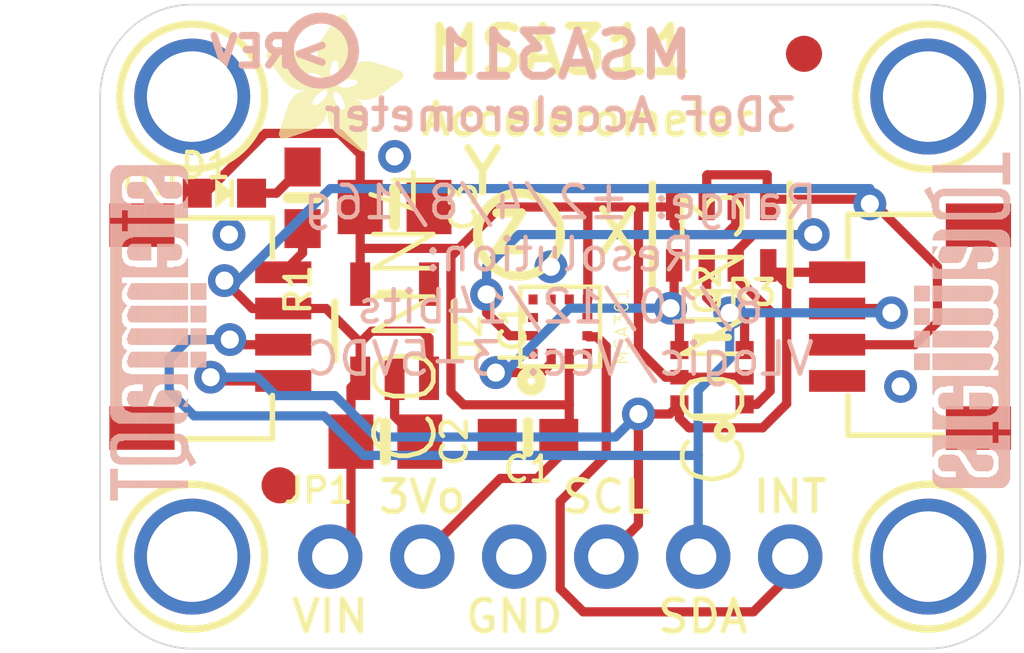
<source format=kicad_pcb>
(kicad_pcb (version 20211014) (generator pcbnew)
  (layers (0 "F.Cu" signal) (31 "B.Cu" signal) (34 "B.Paste" user) (35 "F.Paste" user) (36 "B.SilkS" user "B.Silkscreen") (37 "F.SilkS" user "F.Silkscreen") (38 "B.Mask" user) (39 "F.Mask" user) (44 "Edge.Cuts" user))
  (net 0 "")
  (net 1 "GND")
  (net 2 "SDA")
  (net 3 "SCL")
  (net 4 "SCL_3V")
  (net 5 "SDA_3V")
  (net 6 "3.3V")
  (net 7 "INT")
  (net 8 "VCC")
  (net 9 "N$2")
  (footprint "boardEagle:ADAFRUIT_3.5MM" (layer "F.Cu") (at 140.3731 100.1776)
    (fp_text reference "U$22" hide)
    (fp_text value "" hide)
  )
  (footprint "boardEagle:MOUNTINGHOLE_2.5_PLATED" (layer "F.Cu") (at 158.6611 111.3536)
    (fp_text reference "U$21" hide)
    (fp_text value "MOUNTINGHOLE2.5" hide)
    (pad "P$1" thru_hole circle (at 0 0) (size 3.2 3.2) (drill 2.5) (layers *.Cu *.Mask))
  )
  (footprint "boardEagle:MOUNTINGHOLE_2.5_PLATED" (layer "F.Cu") (at 158.6611 98.6536)
    (fp_text reference "U$17" hide)
    (fp_text value "MOUNTINGHOLE2.5" hide)
    (pad "P$1" thru_hole circle (at 0 0) (size 3.2 3.2) (drill 2.5) (layers *.Cu *.Mask))
  )
  (footprint "boardEagle:FIDUCIAL_1MM" (layer "F.Cu") (at 155.2321 97.4725)
    (fp_text reference "FID4" hide)
    (fp_text value "FIDUCIAL_1MM" hide)
    (pad "1" smd roundrect (at 0 0) (size 1 1) (layers "F.Cu" "F.Mask") (roundrect_rratio 0.5))
  )
  (footprint "boardEagle:1X06_ROUND_70" (layer "F.Cu") (at 148.5011 111.3536)
    (fp_text reference "JP1" (at -7.6962 -1.8288) (layer "F.SilkS") (effects (font (size 0.692831 0.692831) (thickness 0.119969)) (justify left)))
    (fp_text value "")
    (pad "1" thru_hole circle (at -6.35 0 90) (size 1.778 1.778) (drill 1) (layers *.Cu *.Mask) (net 8 "VCC"))
    (pad "2" thru_hole circle (at -3.81 0 90) (size 1.778 1.778) (drill 1) (layers *.Cu *.Mask) (net 6 "3.3V"))
    (pad "3" thru_hole circle (at -1.27 0 90) (size 1.778 1.778) (drill 1) (layers *.Cu *.Mask) (net 1 "GND"))
    (pad "4" thru_hole circle (at 1.27 0 90) (size 1.778 1.778) (drill 1) (layers *.Cu *.Mask) (net 3 "SCL"))
    (pad "5" thru_hole circle (at 3.81 0 90) (size 1.778 1.778) (drill 1) (layers *.Cu *.Mask) (net 2 "SDA"))
    (pad "6" thru_hole circle (at 6.35 0 90) (size 1.778 1.778) (drill 1) (layers *.Cu *.Mask) (net 7 "INT"))
  )
  (footprint "boardEagle:JST_SH4" (layer "F.Cu") (at 138.3411 105.0036 -90)
    (fp_text reference "CONN4" (at -4.6 -5.9 90) (layer "F.SilkS") (effects (font (size 1.647139 1.647139) (thickness 0.130861)) (justify right)))
    (fp_text value "STEMMA_I2C_QT" hide)
    (pad "1" smd rect (at -1.5 -2.514) (size 1.55 0.6) (layers "F.Cu" "F.Paste" "F.Mask") (net 1 "GND"))
    (pad "2" smd rect (at -0.5 -2.514) (size 1.55 0.6) (layers "F.Cu" "F.Paste" "F.Mask") (net 8 "VCC"))
    (pad "3" smd rect (at 0.5 -2.514) (size 1.55 0.6) (layers "F.Cu" "F.Paste" "F.Mask") (net 2 "SDA"))
    (pad "4" smd rect (at 1.5 -2.514) (size 1.55 0.6) (layers "F.Cu" "F.Paste" "F.Mask") (net 3 "SCL"))
    (pad "MT1" smd rect (at -2.8 1.386) (size 1.8 1.2) (layers "F.Cu" "F.Paste" "F.Mask"))
    (pad "MT2" smd rect (at 2.8 1.386) (size 1.8 1.2) (layers "F.Cu" "F.Paste" "F.Mask"))
  )
  (footprint "boardEagle:SOT23-5" (layer "F.Cu") (at 143.9291 105.1306)
    (fp_text reference "U2" (at 2.032 -0.562 90) (layer "F.SilkS") (effects (font (size 0.692831 0.692831) (thickness 0.119969)) (justify right)))
    (fp_text value "AP2112K-3.3")
    (pad "1" smd rect (at -0.95 1.3001) (size 0.55 1.2) (layers "F.Cu" "F.Paste" "F.Mask") (net 8 "VCC"))
    (pad "2" smd rect (at 0 1.3001) (size 0.55 1.2) (layers "F.Cu" "F.Paste" "F.Mask") (net 1 "GND"))
    (pad "3" smd rect (at 0.95 1.3001) (size 0.55 1.2) (layers "F.Cu" "F.Paste" "F.Mask") (net 8 "VCC"))
    (pad "4" smd rect (at 0.95 -1.3001) (size 0.55 1.2) (layers "F.Cu" "F.Paste" "F.Mask"))
    (pad "5" smd rect (at -0.95 -1.3001) (size 0.55 1.2) (layers "F.Cu" "F.Paste" "F.Mask") (net 6 "3.3V"))
  )
  (footprint "boardEagle:LGA12_2X2MM" (layer "F.Cu") (at 148.5011 105.0036 90)
    (fp_text reference "IC1" (at -1.1 -1.3 90) (layer "F.SilkS") (effects (font (size 0.692831 0.692831) (thickness 0.119969)) (justify left)))
    (fp_text value "MSA301" (at -1.1 1.7 90) (layer "F.SilkS") (effects (font (size 0.369824 0.369824) (thickness 0.036576)) (justify left)))
    (pad "1" smd rect (at -0.75 -0.75 90) (size 0.275 0.25) (layers "F.Cu" "F.Paste" "F.Mask"))
    (pad "2" smd rect (at -0.75 -0.25 90) (size 0.275 0.25) (layers "F.Cu" "F.Paste" "F.Mask") (net 5 "SDA_3V"))
    (pad "3" smd rect (at -0.75 0.25 90) (size 0.275 0.25) (layers "F.Cu" "F.Paste" "F.Mask") (net 6 "3.3V"))
    (pad "4" smd rect (at -0.75 0.75 90) (size 0.275 0.25) (layers "F.Cu" "F.Paste" "F.Mask"))
    (pad "5" smd rect (at -0.25 0.75 180) (size 0.275 0.25) (layers "F.Cu" "F.Paste" "F.Mask") (net 7 "INT"))
    (pad "6" smd rect (at 0.25 0.75 180) (size 0.275 0.25) (layers "F.Cu" "F.Paste" "F.Mask"))
    (pad "7" smd rect (at 0.75 0.75 270) (size 0.275 0.25) (layers "F.Cu" "F.Paste" "F.Mask") (net 6 "3.3V"))
    (pad "8" smd rect (at 0.75 0.25 270) (size 0.275 0.25) (layers "F.Cu" "F.Paste" "F.Mask"))
    (pad "9" smd rect (at 0.75 -0.25 270) (size 0.275 0.25) (layers "F.Cu" "F.Paste" "F.Mask") (net 1 "GND"))
    (pad "10" smd rect (at 0.75 -0.75 270) (size 0.275 0.25) (layers "F.Cu" "F.Paste" "F.Mask"))
    (pad "11" smd rect (at 0.25 -0.75) (size 0.275 0.25) (layers "F.Cu" "F.Paste" "F.Mask"))
    (pad "12" smd rect (at -0.25 -0.75) (size 0.275 0.25) (layers "F.Cu" "F.Paste" "F.Mask") (net 4 "SCL_3V"))
  )
  (footprint "boardEagle:FIDUCIAL_1MM" (layer "F.Cu") (at 140.7541 109.3851)
    (fp_text reference "FID3" hide)
    (fp_text value "FIDUCIAL_1MM" hide)
    (pad "1" smd roundrect (at 0 0) (size 1 1) (layers "F.Cu" "F.Mask") (roundrect_rratio 0.5))
  )
  (footprint "boardEagle:0603-NO" (layer "F.Cu") (at 147.6121 108.0516 180)
    (fp_text reference "C1" (at -0.762 -0.889) (layer "F.SilkS") (effects (font (size 0.692831 0.692831) (thickness 0.119969)) (justify right)))
    (fp_text value "0.1uF")
    (pad "1" smd rect (at -0.85 0 180) (size 1.075 1) (layers "F.Cu" "F.Paste" "F.Mask") (net 6 "3.3V"))
    (pad "2" smd rect (at 0.85 0 180) (size 1.075 1) (layers "F.Cu" "F.Paste" "F.Mask") (net 1 "GND"))
  )
  (footprint "boardEagle:0603-NO" (layer "F.Cu") (at 141.3891 101.4476 -90)
    (fp_text reference "R1" (at 1.778 0.127 90) (layer "F.SilkS") (effects (font (size 0.692831 0.692831) (thickness 0.119969)) (justify right)))
    (fp_text value "4.7K")
    (pad "1" smd rect (at -0.85 0 270) (size 1.075 1) (layers "F.Cu" "F.Paste" "F.Mask") (net 9 "N$2"))
    (pad "2" smd rect (at 0.85 0 270) (size 1.075 1) (layers "F.Cu" "F.Paste" "F.Mask") (net 1 "GND"))
  )
  (footprint "boardEagle:JST_SH4" (layer "F.Cu") (at 158.6611 105.0036 90)
    (fp_text reference "CONN3" (at -4.6 -5.9 90) (layer "F.SilkS") (effects (font (size 1.647139 1.647139) (thickness 0.130861)) (justify left)))
    (fp_text value "STEMMA_I2C_QT" hide)
    (pad "1" smd rect (at -1.5 -2.514 180) (size 1.55 0.6) (layers "F.Cu" "F.Paste" "F.Mask") (net 1 "GND"))
    (pad "2" smd rect (at -0.5 -2.514 180) (size 1.55 0.6) (layers "F.Cu" "F.Paste" "F.Mask") (net 8 "VCC"))
    (pad "3" smd rect (at 0.5 -2.514 180) (size 1.55 0.6) (layers "F.Cu" "F.Paste" "F.Mask") (net 2 "SDA"))
    (pad "4" smd rect (at 1.5 -2.514 180) (size 1.55 0.6) (layers "F.Cu" "F.Paste" "F.Mask") (net 3 "SCL"))
    (pad "MT1" smd rect (at -2.8 1.386 180) (size 1.8 1.2) (layers "F.Cu" "F.Paste" "F.Mask"))
    (pad "MT2" smd rect (at 2.8 1.386 180) (size 1.8 1.2) (layers "F.Cu" "F.Paste" "F.Mask"))
  )
  (footprint "boardEagle:SOT363" (layer "F.Cu") (at 152.6921 106.4006 90)
    (fp_text reference "Q2" (at 1.651 -0.127 90) (layer "F.SilkS") (effects (font (size 0.692831 0.692831) (thickness 0.119969)) (justify left)))
    (fp_text value "BSS138")
    (pad "1" smd rect (at -0.75 0.9 90) (size 0.5 0.5) (layers "F.Cu" "F.Paste" "F.Mask") (net 4 "SCL_3V"))
    (pad "2" smd rect (at 0 0.9 90) (size 0.4 0.5) (layers "F.Cu" "F.Paste" "F.Mask") (net 6 "3.3V"))
    (pad "3" smd rect (at 0.75 0.9 90) (size 0.5 0.5) (layers "F.Cu" "F.Paste" "F.Mask") (net 2 "SDA"))
    (pad "4" smd rect (at 0.75 -0.9 90) (size 0.5 0.5) (layers "F.Cu" "F.Paste" "F.Mask") (net 5 "SDA_3V"))
    (pad "5" smd rect (at 0 -0.9 90) (size 0.4 0.5) (layers "F.Cu" "F.Paste" "F.Mask") (net 6 "3.3V"))
    (pad "6" smd rect (at -0.75 -0.9 90) (size 0.5 0.5) (layers "F.Cu" "F.Paste" "F.Mask") (net 3 "SCL"))
  )
  (footprint "boardEagle:MOUNTINGHOLE_2.5_PLATED" (layer "F.Cu") (at 138.3411 111.3536)
    (fp_text reference "U$19" hide)
    (fp_text value "MOUNTINGHOLE2.5" hide)
    (pad "P$1" thru_hole circle (at 0 0) (size 3.2 3.2) (drill 2.5) (layers *.Cu *.Mask))
  )
  (footprint "boardEagle:0805-NO" (layer "F.Cu") (at 143.6751 108.1786)
    (fp_text reference "C2" (at 1.905 -0.762 90) (layer "F.SilkS") (effects (font (size 0.692831 0.692831) (thickness 0.119969)) (justify right)))
    (fp_text value "10uF")
    (pad "1" smd rect (at -0.95 0) (size 1.24 1.5) (layers "F.Cu" "F.Paste" "F.Mask") (net 8 "VCC"))
    (pad "2" smd rect (at 0.95 0) (size 1.24 1.5) (layers "F.Cu" "F.Paste" "F.Mask") (net 1 "GND"))
  )
  (footprint "boardEagle:RESPACK_4X0603" (layer "F.Cu") (at 152.9461 102.4636 180)
    (fp_text reference "R3" (at -1.6 -1.6) (layer "F.SilkS") (effects (font (size 0.692831 0.692831) (thickness 0.119969)) (justify right)))
    (fp_text value "10K")
    (pad "1" smd rect (at -1.3 0.85 180) (size 0.45 0.9) (layers "F.Cu" "F.Paste" "F.Mask") (net 8 "VCC"))
    (pad "2" smd rect (at -0.4 0.85 180) (size 0.45 0.9) (layers "F.Cu" "F.Paste" "F.Mask") (net 6 "3.3V"))
    (pad "3" smd rect (at 0.4 0.85 180) (size 0.45 0.9) (layers "F.Cu" "F.Paste" "F.Mask") (net 8 "VCC"))
    (pad "4" smd rect (at 1.3 0.85 180) (size 0.45 0.9) (layers "F.Cu" "F.Paste" "F.Mask") (net 6 "3.3V"))
    (pad "5" smd rect (at 1.3 -0.85 180) (size 0.45 0.9) (layers "F.Cu" "F.Paste" "F.Mask") (net 5 "SDA_3V"))
    (pad "6" smd rect (at 0.4 -0.85 180) (size 0.45 0.9) (layers "F.Cu" "F.Paste" "F.Mask") (net 2 "SDA"))
    (pad "7" smd rect (at -0.4 -0.85 180) (size 0.45 0.9) (layers "F.Cu" "F.Paste" "F.Mask") (net 4 "SCL_3V"))
    (pad "8" smd rect (at -1.3 -0.85 180) (size 0.45 0.9) (layers "F.Cu" "F.Paste" "F.Mask") (net 3 "SCL"))
  )
  (footprint "boardEagle:CHIPLED_0603_NOOUTLINE" (layer "F.Cu") (at 139.2301 101.3206 -90)
    (fp_text reference "D1" (at -0.762 1.27) (layer "F.SilkS") (effects (font (size 0.692831 0.692831) (thickness 0.119969)) (justify left)))
    (fp_text value "GREEN")
    (pad "A" smd rect (at 0 0.75 270) (size 0.8 0.8) (layers "F.Cu" "F.Paste" "F.Mask") (net 6 "3.3V"))
    (pad "C" smd rect (at 0 -0.75 270) (size 0.8 0.8) (layers "F.Cu" "F.Paste" "F.Mask") (net 9 "N$2"))
  )
  (footprint "boardEagle:0805-NO" (layer "F.Cu") (at 143.9291 101.7016)
    (fp_text reference "C3" (at 1.905 -0.762 90) (layer "F.SilkS") (effects (font (size 0.692831 0.692831) (thickness 0.119969)) (justify right)))
    (fp_text value "10uF")
    (pad "1" smd rect (at -0.95 0) (size 1.24 1.5) (layers "F.Cu" "F.Paste" "F.Mask") (net 6 "3.3V"))
    (pad "2" smd rect (at 0.95 0) (size 1.24 1.5) (layers "F.Cu" "F.Paste" "F.Mask") (net 1 "GND"))
  )
  (footprint "boardEagle:MOUNTINGHOLE_2.5_PLATED" (layer "F.Cu") (at 138.3411 98.6536)
    (fp_text reference "U$1" hide)
    (fp_text value "MOUNTINGHOLE2.5" hide)
    (pad "P$1" thru_hole circle (at 0 0) (size 3.2 3.2) (drill 2.5) (layers *.Cu *.Mask))
  )
  (footprint "boardEagle:STEMMAQT" (layer "B.Cu") (at 138.7221 100.5586 -90)
    (fp_text reference "U$31" hide)
    (fp_text value "" hide)
  )
  (footprint "boardEagle:PCBFEAT-REV-040" (layer "B.Cu") (at 141.8971 97.3836 180)
    (fp_text reference "U$25" hide)
    (fp_text value "" hide)
    (fp_text user ">REV" (at -0.3556 -0.508) (layer "B.SilkS") (effects (font (size 0.8128 0.8128) (thickness 0.2032)) (justify left bottom mirror)))
  )
  (footprint "boardEagle:STEMMAQT" (layer "B.Cu") (at 158.2801 109.4486 90)
    (fp_text reference "U$30" hide)
    (fp_text value "" hide)
  )
  (gr_arc (start 147.3621 101.3216) (mid 148.176188 101.650514) (end 148.5051 102.464602) (layer "F.SilkS") (width 0.254))
  (gr_arc (start 147.3621 103.6076) (mid 146.553877 103.272823) (end 146.2191 102.4646) (layer "F.SilkS") (width 0.254))
  (gr_arc (start 148.5051 102.4646) (mid 148.170323 103.272823) (end 147.3621 103.6076) (layer "F.SilkS") (width 0.254))
  (gr_arc (start 146.2191 102.4646) (mid 146.553877 101.656377) (end 147.3621 101.3216) (layer "F.SilkS") (width 0.254))
  (gr_line (start 161.2011 111.3536) (end 161.2011 98.6536) (layer "Edge.Cuts") (width 0.05))
  (gr_arc (start 135.8011 98.6536) (mid 136.545049 96.857549) (end 138.3411 96.1136) (layer "Edge.Cuts") (width 0.05))
  (gr_arc (start 161.2011 111.3536) (mid 160.457151 113.149651) (end 158.6611 113.8936) (layer "Edge.Cuts") (width 0.05))
  (gr_line (start 158.6611 96.1136) (end 138.3411 96.1136) (layer "Edge.Cuts") (width 0.05))
  (gr_arc (start 158.6611 96.1136) (mid 160.457151 96.857549) (end 161.2011 98.6536) (layer "Edge.Cuts") (width 0.05))
  (gr_line (start 135.8011 98.6536) (end 135.8011 111.3536) (layer "Edge.Cuts") (width 0.05))
  (gr_line (start 138.3411 113.8936) (end 158.6611 113.8936) (layer "Edge.Cuts") (width 0.05))
  (gr_arc (start 138.3411 113.8936) (mid 136.545049 113.149651) (end 135.8011 111.3536) (layer "Edge.Cuts") (width 0.05))
  (gr_text "MSA311" (at 148.5011 97.5106) (layer "B.SilkS") (effects (font (size 1.25222 1.25222) (thickness 0.22098)) (justify mirror)))
  (gr_text "3DoF Accelerometer" (at 148.5011 99.1616) (layer "B.SilkS") (effects (font (size 0.8636 0.8636) (thickness 0.1524)) (justify mirror)))
  (gr_text "Range: ±2/4/8/16g\nResolution:\n8/10/12/14bits\nVLogic/Vcc: 3-5VDC" (at 148.5011 103.7336) (layer "B.SilkS") (effects (font (size 0.89408 0.89408) (thickness 0.12192)) (justify mirror)))
  (gr_text "3Vo" (at 144.6911 109.7026) (layer "F.SilkS") (effects (font (size 0.87376 0.87376) (thickness 0.14224))))
  (gr_text "INT" (at 154.8511 109.7026) (layer "F.SilkS") (effects (font (size 0.87376 0.87376) (thickness 0.14224))))
  (gr_text "SDA" (at 152.4381 113.0046) (layer "F.SilkS") (effects (font (size 0.87376 0.87376) (thickness 0.14224))))
  (gr_text "VIN" (at 142.1511 113.0046) (layer "F.SilkS") (effects (font (size 0.87376 0.87376) (thickness 0.14224))))
  (gr_text "MSA311" (at 148.5011 97.3836) (layer "F.SilkS") (effects (font (size 1.25222 1.25222) (thickness 0.22098))))
  (gr_text "X" (at 150.7911 101.7026) (layer "F.SilkS") (effects (font (size 1.223264 1.223264) (thickness 0.199136)) (justify right top)))
  (gr_text "Z" (at 147.7431 101.8296) (layer "F.SilkS") (effects (font (size 1.016 1.016) (thickness 0.254)) (justify right top)))
  (gr_text "SCL" (at 149.7711 109.7026) (layer "F.SilkS") (effects (font (size 0.87376 0.87376) (thickness 0.14224))))
  (gr_text "GND" (at 147.2311 113.0046) (layer "F.SilkS") (effects (font (size 0.87376 0.87376) (thickness 0.14224))))
  (gr_text "Y" (at 145.7031 101.4466) (layer "F.SilkS") (effects (font (size 1.223264 1.223264) (thickness 0.199136)) (justify left bottom)))
  (gr_text "Accelerometer" (at 149.2631 99.2886) (layer "F.SilkS") (effects (font (size 0.8636 0.8636) (thickness 0.1524))))
  (gr_text "on" (at 136.3091 101.4476) (layer "F.SilkS") (effects (font (size 0.89408 0.89408) (thickness 0.12192)) (justify left bottom)))
  (segment (start 141.3891 102.2976) (end 141.3891 102.9696) (width 0.254) (layer "F.Cu") (net 1))
  (segment (start 144.6251 108.1786) (end 143.9291 107.4826) (width 0.254) (layer "F.Cu") (net 1))
  (segment (start 143.9291 106.4307) (end 143.9291 107.4826) (width 0.254) (layer "F.Cu") (net 1))
  (segment (start 141.3891 102.9696) (end 140.8551 103.5036) (width 0.254) (layer "F.Cu") (net 1))
  (via (at 143.9291 100.3046) (size 0.9064) (drill 0.5) (layers "F.Cu" "B.Cu") (net 1))
  (via (at 148.2471 103.3526) (size 0.9064) (drill 0.5) (layers "F.Cu" "B.Cu") (net 1))
  (via (at 139.3571 102.4636) (size 0.9064) (drill 0.5) (layers "F.Cu" "B.Cu") (net 1))
  (via (at 157.8991 106.6546) (size 0.9064) (drill 0.5) (layers "F.Cu" "B.Cu") (net 1))
  (segment (start 140.8551 105.5036) (end 139.521312 105.5036) (width 0.254) (layer "F.Cu") (net 2))
  (segment (start 152.5461 103.3136) (end 152.5461 104.2026) (width 0.254) (layer "F.Cu") (net 2))
  (segment (start 153.5921 104.7616) (end 153.5921 105.6506) (width 0.254) (layer "F.Cu") (net 2))
  (segment (start 152.9661 104.6226) (end 152.5461 104.2026) (width 0.254) (layer "F.Cu") (net 2))
  (segment (start 153.5921 104.7616) (end 153.1811 104.7616) (width 0.254) (layer "F.Cu") (net 2))
  (segment (start 152.9661 104.6226) (end 153.1811 104.6226) (width 0.254) (layer "F.Cu") (net 2))
  (segment (start 156.1471 104.5036) (end 157.5261 104.5036) (width 0.254) (layer "F.Cu") (net 2))
  (segment (start 153.1811 104.6226) (end 153.1811 104.7616) (width 0.254) (layer "F.Cu") (net 2))
  (segment (start 157.5261 104.5036) (end 157.6451 104.6226) (width 0.254) (layer "F.Cu") (net 2))
  (segment (start 139.521312 105.5036) (end 139.379706 105.361994) (width 0.254) (layer "F.Cu") (net 2))
  (via (at 157.6451 104.6226) (size 0.9064) (drill 0.5) (layers "F.Cu" "B.Cu") (net 2))
  (via (at 153.1811 104.6226) (size 0.9064) (drill 0.5) (layers "F.Cu" "B.Cu") (net 2))
  (via (at 139.379706 105.361994) (size 0.9064) (drill 0.5) (layers "F.Cu" "B.Cu") (net 2))
  (segment (start 153.1811 104.6226) (end 153.1811 105.8926) (width 0.254) (layer "B.Cu") (net 2))
  (segment (start 157.6451 104.6226) (end 153.1811 104.6226) (width 0.254) (layer "B.Cu") (net 2))
  (segment (start 143.0752 108.5596) (end 152.3111 108.5596) (width 0.254) (layer "B.Cu") (net 2))
  (segment (start 138.236706 105.361994) (end 137.7061 105.8926) (width 0.254) (layer "B.Cu") (net 2))
  (segment (start 153.1811 105.8926) (end 152.3111 106.7626) (width 0.254) (layer "B.Cu") (net 2))
  (segment (start 152.3111 106.7626) (end 152.3111 108.5596) (width 0.254) (layer "B.Cu") (net 2))
  (segment (start 137.7061 106.7816) (end 138.3919 107.4674) (width 0.254) (layer "B.Cu") (net 2))
  (segment (start 152.3111 108.5596) (end 152.3111 111.3536) (width 0.254) (layer "B.Cu") (net 2))
  (segment (start 141.983 107.4674) (end 143.0752 108.5596) (width 0.254) (layer "B.Cu") (net 2))
  (segment (start 137.7061 105.8926) (end 137.7061 106.7816) (width 0.254) (layer "B.Cu") (net 2))
  (segment (start 138.3919 107.4674) (end 141.983 107.4674) (width 0.254) (layer "B.Cu") (net 2))
  (segment (start 139.379706 105.361994) (end 138.236706 105.361994) (width 0.254) (layer "B.Cu") (net 2))
  (segment (start 154.7541 107.1326) (end 154.0891 107.7976) (width 0.254) (layer "F.Cu") (net 3))
  (segment (start 154.7541 103.8216) (end 154.7541 107.1326) (width 0.254) (layer "F.Cu") (net 3))
  (segment (start 154.4361 103.5036) (end 154.2461 103.3136) (width 0.254) (layer "F.Cu") (net 3))
  (segment (start 151.7921 107.1506) (end 151.7916 107.1511) (width 0.254) (layer "F.Cu") (net 3))
  (segment (start 151.7916 107.5321) (end 151.7916 107.1511) (width 0.254) (layer "F.Cu") (net 3))
  (segment (start 138.9521 106.5036) (end 138.8491 106.4006) (width 0.254) (layer "F.Cu") (net 3))
  (segment (start 150.6601 110.4646) (end 149.7711 111.3536) (width 0.254) (layer "F.Cu") (net 3))
  (segment (start 154.2461 103.3136) (end 154.7541 103.8216) (width 0.254) (layer "F.Cu") (net 3))
  (segment (start 151.7921 107.1506) (end 151.5261 107.4166) (width 0.254) (layer "F.Cu") (net 3))
  (segment (start 152.0571 107.7976) (end 151.7916 107.5321) (width 0.254) (layer "F.Cu") (net 3))
  (segment (start 150.6601 107.4166) (end 150.6601 110.4646) (width 0.254) (layer "F.Cu") (net 3))
  (segment (start 151.5261 107.4166) (end 150.6601 107.4166) (width 0.254) (layer "F.Cu") (net 3))
  (segment (start 156.1471 103.5036) (end 154.4361 103.5036) (width 0.254) (layer "F.Cu") (net 3))
  (segment (start 140.8551 106.5036) (end 138.9521 106.5036) (width 0.254) (layer "F.Cu") (net 3))
  (segment (start 154.0891 107.7976) (end 152.0571 107.7976) (width 0.254) (layer "F.Cu") (net 3))
  (via (at 150.6601 107.4166) (size 0.9064) (drill 0.5) (layers "F.Cu" "B.Cu") (net 3))
  (via (at 138.8491 106.4006) (size 0.9064) (drill 0.5) (layers "F.Cu" "B.Cu") (net 3))
  (segment (start 150.0251 108.0516) (end 150.6601 107.4166) (width 0.254) (layer "B.Cu") (net 3))
  (segment (start 140.142262 106.4006) (end 140.650262 106.9086) (width 0.254) (layer "B.Cu") (net 3))
  (segment (start 138.8491 106.4006) (end 140.142262 106.4006) (width 0.254) (layer "B.Cu") (net 3))
  (segment (start 142.2781 106.9086) (end 140.650262 106.9086) (width 0.254) (layer "B.Cu") (net 3))
  (segment (start 150.0251 108.0516) (end 143.4211 108.0516) (width 0.254) (layer "B.Cu") (net 3))
  (segment (start 143.4211 108.0516) (end 142.2781 106.9086) (width 0.254) (layer "B.Cu") (net 3))
  (segment (start 154.2969 104.5764) (end 154.2969 106.7816) (width 0.254) (layer "F.Cu") (net 4))
  (segment (start 153.3461 103.6256) (end 154.2969 104.5764) (width 0.254) (layer "F.Cu") (net 4))
  (segment (start 146.4691 104.6226) (end 146.4691 104.1146) (width 0.254) (layer "F.Cu") (net 4))
  (segment (start 153.3461 102.9526) (end 153.8351 102.4636) (width 0.254) (layer "F.Cu") (net 4))
  (segment (start 153.8351 102.4636) (end 155.4861 102.4636) (width 0.254) (layer "F.Cu") (net 4))
  (segment (start 153.3461 103.3136) (end 153.3461 103.6256) (width 0.254) (layer "F.Cu") (net 4))
  (segment (start 154.2969 106.7816) (end 153.9279 107.1506) (width 0.254) (layer "F.Cu") (net 4))
  (segment (start 153.3461 103.3136) (end 153.3461 102.9526) (width 0.254) (layer "F.Cu") (net 4))
  (segment (start 153.5921 107.1506) (end 153.9279 107.1506) (width 0.254) (layer "F.Cu") (net 4))
  (segment (start 147.1001 105.2536) (end 146.4691 104.6226) (width 0.254) (layer "F.Cu") (net 4))
  (segment (start 147.7511 105.2536) (end 147.1001 105.2536) (width 0.254) (layer "F.Cu") (net 4))
  (via (at 155.4861 102.4636) (size 0.9064) (drill 0.5) (layers "F.Cu" "B.Cu") (net 4))
  (via (at 146.4691 104.1146) (size 0.9064) (drill 0.5) (layers "F.Cu" "B.Cu") (net 4))
  (segment (start 155.4861 102.4636) (end 147.3581 102.4636) (width 0.254) (layer "B.Cu") (net 4))
  (segment (start 146.4691 103.3526) (end 146.4691 104.1146) (width 0.254) (layer "B.Cu") (net 4))
  (segment (start 147.3581 102.4636) (end 146.4691 103.3526) (width 0.254) (layer "B.Cu") (net 4))
  (segment (start 151.5491 104.4956) (end 151.6461 104.4956) (width 0.254) (layer "F.Cu") (net 5))
  (segment (start 147.9931 106.2736) (end 146.7231 106.2736) (width 0.254) (layer "F.Cu") (net 5))
  (segment (start 151.7921 105.6506) (end 151.7921 104.6346) (width 0.254) (layer "F.Cu") (net 5))
  (segment (start 151.6461 104.4886) (end 151.6461 103.3136) (width 0.254) (layer "F.Cu") (net 5))
  (segment (start 151.7921 104.6346) (end 151.6461 104.4886) (width 0.254) (layer "F.Cu") (net 5))
  (segment (start 151.6461 104.4956) (end 151.6461 104.4886) (width 0.254) (layer "F.Cu") (net 5))
  (segment (start 148.2511 105.7536) (end 148.2511 106.0156) (width 0.254) (layer "F.Cu") (net 5))
  (segment (start 148.2511 106.0156) (end 147.9931 106.2736) (width 0.254) (layer "F.Cu") (net 5))
  (via (at 151.5491 104.4956) (size 0.9064) (drill 0.5) (layers "F.Cu" "B.Cu") (net 5))
  (via (at 146.7231 106.2736) (size 0.9064) (drill 0.5) (layers "F.Cu" "B.Cu") (net 5))
  (segment (start 146.7231 106.2736) (end 146.9771 106.2736) (width 0.254) (layer "B.Cu") (net 5))
  (segment (start 148.7551 104.4956) (end 151.5491 104.4956) (width 0.254) (layer "B.Cu") (net 5))
  (segment (start 148.7551 104.4956) (end 146.9771 106.2736) (width 0.254) (layer "B.Cu") (net 5))
  (segment (start 146.8501 101.7016) (end 149.2631 101.7016) (width 0.254) (layer "F.Cu") (net 6))
  (segment (start 138.720762 101.3046) (end 140.355762 99.6696) (width 0.254) (layer "F.Cu") (net 6))
  (segment (start 151.4111 106.4006) (end 151.7921 106.4006) (width 0.254) (layer "F.Cu") (net 6))
  (segment (start 150.6601 101.7016) (end 151.6461 101.7016) (width 0.254) (layer "F.Cu") (net 6))
  (segment (start 151.6461 102.1796) (end 151.6461 101.7016) (width 0.254) (layer "F.Cu") (net 6))
  (segment (start 148.7511 105.7536) (end 148.7511 107.1626) (width 0.254) (layer "F.Cu") (net 6))
  (segment (start 145.4843 103.0674) (end 145.4843 106.8128) (width 0.254) (layer "F.Cu") (net 6))
  (segment (start 146.8501 109.1946) (end 147.8661 109.1946) (width 0.254) (layer "F.Cu") (net 6))
  (segment (start 153.3461 101.6136) (end 153.3461 102.1906) (width 0.254) (layer "F.Cu") (net 6))
  (segment (start 149.2631 104.2416) (end 149.2631 101.7016) (width 0.254) (layer "F.Cu") (net 6))
  (segment (start 145.4843 106.8128) (end 145.8341 107.1626) (width 0.254) (layer "F.Cu") (net 6))
  (segment (start 142.9791 102.8446) (end 142.9791 103.8305) (width 0.254) (layer "F.Cu") (net 6))
  (segment (start 151.7921 106.4006) (end 153.5921 106.4006) (width 0.254) (layer "F.Cu") (net 6))
  (segment (start 148.7511 107.7626) (end 148.4621 108.0516) (width 0.254) (layer "F.Cu") (net 6))
  (segment (start 151.6461 101.7016) (end 151.6461 101.6136) (width 0.254) (layer "F.Cu") (net 6))
  (segment (start 153.3461 102.1906) (end 153.0731 102.4636) (width 0.254) (layer "F.Cu") (net 6))
  (segment (start 151.4111 106.4006) (end 150.6601 105.6496) (width 0.254) (layer "F.Cu") (net 6))
  (segment (start 145.8341 107.1626) (end 148.7511 107.1626) (width 0.254) (layer "F.Cu") (net 6))
  (segment (start 148.7511 107.1626) (end 148.7511 107.7626) (width 0.254) (layer "F.Cu") (net 6))
  (segment (start 142.4051 99.6696) (end 142.9791 100.2436) (width 0.254) (layer "F.Cu") (net 6))
  (segment (start 149.2511 104.2536) (end 149.2631 104.2416) (width 0.254) (layer "F.Cu") (net 6))
  (segment (start 149.2631 101.7016) (end 150.6601 101.7016) (width 0.254) (layer "F.Cu") (net 6))
  (segment (start 138.4801 101.3206) (end 138.4961 101.3046) (width 0.254) (layer "F.Cu") (net 6))
  (segment (start 148.4621 108.5986) (end 148.4621 108.0516) (width 0.254) (layer "F.Cu") (net 6))
  (segment (start 145.7071 102.8446) (end 145.4843 103.0674) (width 0.254) (layer "F.Cu") (net 6))
  (segment (start 140.355762 99.6696) (end 142.4051 99.6696) (width 0.254) (layer "F.Cu") (net 6))
  (segment (start 145.7071 102.8446) (end 142.9791 102.8446) (width 0.254) (layer "F.Cu") (net 6))
  (segment (start 142.9791 101.7016) (end 142.9791 102.8446) (width 0.254) (layer "F.Cu") (net 6))
  (segment (start 145.7071 102.8446) (end 146.8501 101.7016) (width 0.254) (layer "F.Cu") (net 6))
  (segment (start 150.6601 101.7016) (end 150.6601 105.6496) (width 0.254) (layer "F.Cu") (net 6))
  (segment (start 147.8661 109.1946) (end 148.4621 108.5986) (width 0.254) (layer "F.Cu") (net 6))
  (segment (start 142.9791 100.2436) (end 142.9791 101.7016) (width 0.254) (layer "F.Cu") (net 6))
  (segment (start 138.4961 101.3046) (end 138.720762 101.3046) (width 0.254) (layer "F.Cu") (net 6))
  (segment (start 153.0731 102.4636) (end 151.9301 102.4636) (width 0.254) (layer "F.Cu") (net 6))
  (segment (start 151.9301 102.4636) (end 151.6461 102.1796) (width 0.254) (layer "F.Cu") (net 6))
  (segment (start 144.6911 111.3536) (end 146.8501 109.1946) (width 0.254) (layer "F.Cu") (net 6))
  (segment (start 149.512875 105.2859) (end 149.7711 105.544125) (width 0.254) (layer "F.Cu") (net 7))
  (segment (start 149.7711 108.5596) (end 148.5011 109.8296) (width 0.254) (layer "F.Cu") (net 7))
  (segment (start 149.2511 105.2536) (end 149.2834 105.2859) (width 0.254) (layer "F.Cu") (net 7))
  (segment (start 148.5011 112.2426) (end 149.1361 112.8776) (width 0.254) (layer "F.Cu") (net 7))
  (segment (start 149.1361 112.8776) (end 153.8351 112.8776) (width 0.254) (layer "F.Cu") (net 7))
  (segment (start 148.5011 109.8296) (end 148.5011 112.2426) (width 0.254) (layer "F.Cu") (net 7))
  (segment (start 149.2834 105.2859) (end 149.512875 105.2859) (width 0.254) (layer "F.Cu") (net 7))
  (segment (start 153.8351 112.8776) (end 154.8511 111.8616) (width 0.254) (layer "F.Cu") (net 7))
  (segment (start 154.8511 111.8616) (end 154.8511 111.3536) (width 0.254) (layer "F.Cu") (net 7))
  (segment (start 149.7711 105.544125) (end 149.7711 108.5596) (width 0.254) (layer "F.Cu") (net 7))
  (segment (start 142.9791 105.4456) (end 142.9791 106.4307) (width 0.254) (layer "F.Cu") (net 8))
  (segment (start 142.7251 108.1786) (end 142.7251 110.7796) (width 0.254) (layer "F.Cu") (net 8))
  (segment (start 142.9791 106.4307) (end 142.7251 106.6847) (width 0.254) (layer "F.Cu") (net 8))
  (segment (start 152.5461 100.8316) (end 152.5651 100.8126) (width 0.254) (layer "F.Cu") (net 8))
  (segment (start 143.2941 105.1306) (end 142.9791 105.4456) (width 0.254) (layer "F.Cu") (net 8))
  (segment (start 158.9151 103.3526) (end 157.1761 101.6136) (width 0.254) (layer "F.Cu") (net 8))
  (segment (start 142.0371 104.5036) (end 142.9791 105.4456) (width 0.254) (layer "F.Cu") (net 8))
  (segment (start 156.9221 101.4866) (end 154.3731 101.4866) (width 0.254) (layer "F.Cu") (net 8))
  (segment (start 154.2161 100.8126) (end 154.2161 101.5836) (width 0.254) (layer "F.Cu") (net 8))
  (segment (start 158.2881 105.5036) (end 158.9151 104.8766) (width 0.254) (layer "F.Cu") (net 8))
  (segment (start 156.1471 105.5036) (end 158.2881 105.5036) (width 0.254) (layer "F.Cu") (net 8))
  (segment (start 157.1761 101.6136) (end 157.0491 101.6136) (width 0.254) (layer "F.Cu") (net 8))
  (segment (start 157.0491 101.6136) (end 156.9221 101.4866) (width 0.254) (layer "F.Cu") (net 8))
  (segment (start 142.1511 111.3536) (end 142.7251 110.7796) (width 0.254) (layer "F.Cu") (net 8))
  (segment (start 152.5461 101.6136) (end 152.5461 100.8316) (width 0.254) (layer "F.Cu") (net 8))
  (segment (start 154.2161 101.5836) (end 154.2461 101.6136) (width 0.254) (layer "F.Cu") (net 8))
  (segment (start 144.691096 105.1306) (end 143.2941 105.1306) (width 0.254) (layer "F.Cu") (net 8))
  (segment (start 144.8791 105.3186) (end 144.691096 105.1306) (width 0.254) (layer "F.Cu") (net 8))
  (segment (start 140.8551 104.5036) (end 140.0001 104.5036) (width 0.254) (layer "F.Cu") (net 8))
  (segment (start 154.2461 101.6136) (end 154.3731 101.4866) (width 0.254) (layer "F.Cu") (net 8))
  (segment (start 158.9151 104.8766) (end 158.9151 103.3526) (width 0.254) (layer "F.Cu") (net 8))
  (segment (start 152.5651 100.8126) (end 154.2161 100.8126) (width 0.254) (layer "F.Cu") (net 8))
  (segment (start 144.8791 106.4307) (end 144.8791 105.3186) (width 0.254) (layer "F.Cu") (net 8))
  (segment (start 142.7251 106.6847) (end 142.7251 108.1786) (width 0.254) (layer "F.Cu") (net 8))
  (segment (start 140.8551 104.5036) (end 142.0371 104.5036) (width 0.254) (layer "F.Cu") (net 8))
  (segment (start 140.0001 104.5036) (end 139.2301 103.7336) (width 0.254) (layer "F.Cu") (net 8))
  (via (at 157.0491 101.6136) (size 0.9064) (drill 0.5) (layers "F.Cu" "B.Cu") (net 8))
  (via (at 139.2301 103.7336) (size 0.9064) (drill 0.5) (layers "F.Cu" "B.Cu") (net 8))
  (segment (start 157.0491 101.6136) (end 157.0491 101.1936) (width 0.254) (layer "B.Cu") (net 8))
  (segment (start 139.6111 103.7336) (end 139.2301 103.7336) (width 0.254) (layer "B.Cu") (net 8))
  (segment (start 142.1511 101.1936) (end 139.6111 103.7336) (width 0.254) (layer "B.Cu") (net 8))
  (segment (start 157.0491 101.1936) (end 142.1511 101.1936) (width 0.254) (layer "B.Cu") (net 8))
  (segment (start 139.9801 101.3206) (end 140.6661 101.3206) (width 0.254) (layer "F.Cu") (net 9))
  (segment (start 140.6661 101.3206) (end 141.3891 100.5976) (width 0.254) (layer "F.Cu") (net 9))
)
</source>
